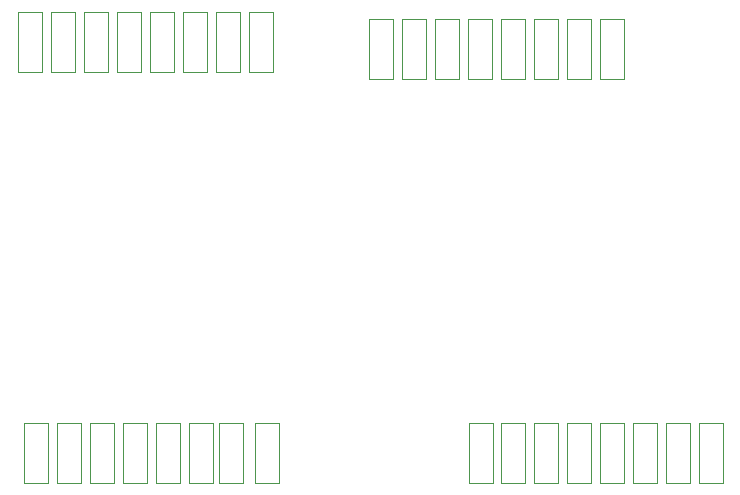
<source format=gbr>
G04 #@! TF.FileFunction,Other,User*
%FSLAX46Y46*%
G04 Gerber Fmt 4.6, Leading zero omitted, Abs format (unit mm)*
G04 Created by KiCad (PCBNEW 201611211049+7371~55~ubuntu16.10.1-product) date Mon Dec 19 15:07:25 2016*
%MOMM*%
%LPD*%
G01*
G04 APERTURE LIST*
%ADD10C,0.100000*%
%ADD11C,0.050000*%
G04 APERTURE END LIST*
D10*
D11*
X141208000Y-67574000D02*
X141208000Y-62474000D01*
X141208000Y-62474000D02*
X139208000Y-62474000D01*
X139208000Y-62474000D02*
X139208000Y-67574000D01*
X139208000Y-67574000D02*
X141208000Y-67574000D01*
X144002000Y-67574000D02*
X144002000Y-62474000D01*
X144002000Y-62474000D02*
X142002000Y-62474000D01*
X142002000Y-62474000D02*
X142002000Y-67574000D01*
X142002000Y-67574000D02*
X144002000Y-67574000D01*
X146796000Y-67574000D02*
X146796000Y-62474000D01*
X146796000Y-62474000D02*
X144796000Y-62474000D01*
X144796000Y-62474000D02*
X144796000Y-67574000D01*
X144796000Y-67574000D02*
X146796000Y-67574000D01*
X147590000Y-67574000D02*
X149590000Y-67574000D01*
X147590000Y-62474000D02*
X147590000Y-67574000D01*
X149590000Y-62474000D02*
X147590000Y-62474000D01*
X149590000Y-67574000D02*
X149590000Y-62474000D01*
X152384000Y-67574000D02*
X152384000Y-62474000D01*
X152384000Y-62474000D02*
X150384000Y-62474000D01*
X150384000Y-62474000D02*
X150384000Y-67574000D01*
X150384000Y-67574000D02*
X152384000Y-67574000D01*
X155178000Y-67574000D02*
X155178000Y-62474000D01*
X155178000Y-62474000D02*
X153178000Y-62474000D01*
X153178000Y-62474000D02*
X153178000Y-67574000D01*
X153178000Y-67574000D02*
X155178000Y-67574000D01*
X155972000Y-67574000D02*
X157972000Y-67574000D01*
X155972000Y-62474000D02*
X155972000Y-67574000D01*
X157972000Y-62474000D02*
X155972000Y-62474000D01*
X157972000Y-67574000D02*
X157972000Y-62474000D01*
X160766000Y-67574000D02*
X160766000Y-62474000D01*
X160766000Y-62474000D02*
X158766000Y-62474000D01*
X158766000Y-62474000D02*
X158766000Y-67574000D01*
X158766000Y-67574000D02*
X160766000Y-67574000D01*
X190484000Y-68209000D02*
X190484000Y-63109000D01*
X190484000Y-63109000D02*
X188484000Y-63109000D01*
X188484000Y-63109000D02*
X188484000Y-68209000D01*
X188484000Y-68209000D02*
X190484000Y-68209000D01*
X187690000Y-68209000D02*
X187690000Y-63109000D01*
X187690000Y-63109000D02*
X185690000Y-63109000D01*
X185690000Y-63109000D02*
X185690000Y-68209000D01*
X185690000Y-68209000D02*
X187690000Y-68209000D01*
X184896000Y-68209000D02*
X184896000Y-63109000D01*
X184896000Y-63109000D02*
X182896000Y-63109000D01*
X182896000Y-63109000D02*
X182896000Y-68209000D01*
X182896000Y-68209000D02*
X184896000Y-68209000D01*
X182102000Y-68209000D02*
X182102000Y-63109000D01*
X182102000Y-63109000D02*
X180102000Y-63109000D01*
X180102000Y-63109000D02*
X180102000Y-68209000D01*
X180102000Y-68209000D02*
X182102000Y-68209000D01*
X179308000Y-68209000D02*
X179308000Y-63109000D01*
X179308000Y-63109000D02*
X177308000Y-63109000D01*
X177308000Y-63109000D02*
X177308000Y-68209000D01*
X177308000Y-68209000D02*
X179308000Y-68209000D01*
X176514000Y-68209000D02*
X176514000Y-63109000D01*
X176514000Y-63109000D02*
X174514000Y-63109000D01*
X174514000Y-63109000D02*
X174514000Y-68209000D01*
X174514000Y-68209000D02*
X176514000Y-68209000D01*
X173720000Y-68209000D02*
X173720000Y-63109000D01*
X173720000Y-63109000D02*
X171720000Y-63109000D01*
X171720000Y-63109000D02*
X171720000Y-68209000D01*
X171720000Y-68209000D02*
X173720000Y-68209000D01*
X170926000Y-68209000D02*
X170926000Y-63109000D01*
X170926000Y-63109000D02*
X168926000Y-63109000D01*
X168926000Y-63109000D02*
X168926000Y-68209000D01*
X168926000Y-68209000D02*
X170926000Y-68209000D01*
X139716000Y-97272000D02*
X139716000Y-102372000D01*
X139716000Y-102372000D02*
X141716000Y-102372000D01*
X141716000Y-102372000D02*
X141716000Y-97272000D01*
X141716000Y-97272000D02*
X139716000Y-97272000D01*
X142510000Y-97272000D02*
X142510000Y-102372000D01*
X142510000Y-102372000D02*
X144510000Y-102372000D01*
X144510000Y-102372000D02*
X144510000Y-97272000D01*
X144510000Y-97272000D02*
X142510000Y-97272000D01*
X145304000Y-97272000D02*
X145304000Y-102372000D01*
X145304000Y-102372000D02*
X147304000Y-102372000D01*
X147304000Y-102372000D02*
X147304000Y-97272000D01*
X147304000Y-97272000D02*
X145304000Y-97272000D01*
X148098000Y-97272000D02*
X148098000Y-102372000D01*
X148098000Y-102372000D02*
X150098000Y-102372000D01*
X150098000Y-102372000D02*
X150098000Y-97272000D01*
X150098000Y-97272000D02*
X148098000Y-97272000D01*
X150892000Y-97272000D02*
X150892000Y-102372000D01*
X150892000Y-102372000D02*
X152892000Y-102372000D01*
X152892000Y-102372000D02*
X152892000Y-97272000D01*
X152892000Y-97272000D02*
X150892000Y-97272000D01*
X153686000Y-97272000D02*
X153686000Y-102372000D01*
X153686000Y-102372000D02*
X155686000Y-102372000D01*
X155686000Y-102372000D02*
X155686000Y-97272000D01*
X155686000Y-97272000D02*
X153686000Y-97272000D01*
X156226000Y-97272000D02*
X156226000Y-102372000D01*
X156226000Y-102372000D02*
X158226000Y-102372000D01*
X158226000Y-102372000D02*
X158226000Y-97272000D01*
X158226000Y-97272000D02*
X156226000Y-97272000D01*
X159274000Y-97272000D02*
X159274000Y-102372000D01*
X159274000Y-102372000D02*
X161274000Y-102372000D01*
X161274000Y-102372000D02*
X161274000Y-97272000D01*
X161274000Y-97272000D02*
X159274000Y-97272000D01*
X177435000Y-97272000D02*
X177435000Y-102372000D01*
X177435000Y-102372000D02*
X179435000Y-102372000D01*
X179435000Y-102372000D02*
X179435000Y-97272000D01*
X179435000Y-97272000D02*
X177435000Y-97272000D01*
X180102000Y-97272000D02*
X180102000Y-102372000D01*
X180102000Y-102372000D02*
X182102000Y-102372000D01*
X182102000Y-102372000D02*
X182102000Y-97272000D01*
X182102000Y-97272000D02*
X180102000Y-97272000D01*
X182896000Y-97272000D02*
X182896000Y-102372000D01*
X182896000Y-102372000D02*
X184896000Y-102372000D01*
X184896000Y-102372000D02*
X184896000Y-97272000D01*
X184896000Y-97272000D02*
X182896000Y-97272000D01*
X185690000Y-97272000D02*
X185690000Y-102372000D01*
X185690000Y-102372000D02*
X187690000Y-102372000D01*
X187690000Y-102372000D02*
X187690000Y-97272000D01*
X187690000Y-97272000D02*
X185690000Y-97272000D01*
X188484000Y-97272000D02*
X188484000Y-102372000D01*
X188484000Y-102372000D02*
X190484000Y-102372000D01*
X190484000Y-102372000D02*
X190484000Y-97272000D01*
X190484000Y-97272000D02*
X188484000Y-97272000D01*
X191278000Y-97272000D02*
X191278000Y-102372000D01*
X191278000Y-102372000D02*
X193278000Y-102372000D01*
X193278000Y-102372000D02*
X193278000Y-97272000D01*
X193278000Y-97272000D02*
X191278000Y-97272000D01*
X194072000Y-97272000D02*
X194072000Y-102372000D01*
X194072000Y-102372000D02*
X196072000Y-102372000D01*
X196072000Y-102372000D02*
X196072000Y-97272000D01*
X196072000Y-97272000D02*
X194072000Y-97272000D01*
X196866000Y-97272000D02*
X196866000Y-102372000D01*
X196866000Y-102372000D02*
X198866000Y-102372000D01*
X198866000Y-102372000D02*
X198866000Y-97272000D01*
X198866000Y-97272000D02*
X196866000Y-97272000D01*
M02*

</source>
